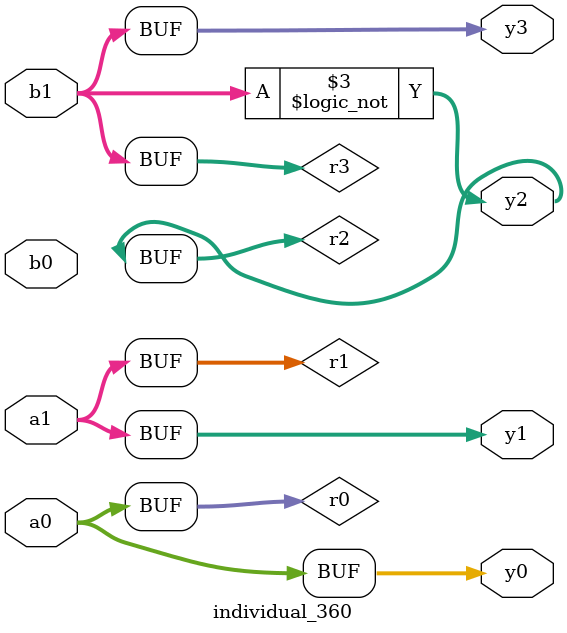
<source format=sv>
module individual_360(input logic [15:0] a1, input logic [15:0] a0, input logic [15:0] b1, input logic [15:0] b0, output logic [15:0] y3, output logic [15:0] y2, output logic [15:0] y1, output logic [15:0] y0);
logic [15:0] r0, r1, r2, r3; 
 always@(*) begin 
	 r0 = a0; r1 = a1; r2 = b0; r3 = b1; 
 	 r2 = ! r3 ;
 	 r2 = ! r3 ;
 	 y3 = r3; y2 = r2; y1 = r1; y0 = r0; 
end
endmodule
</source>
